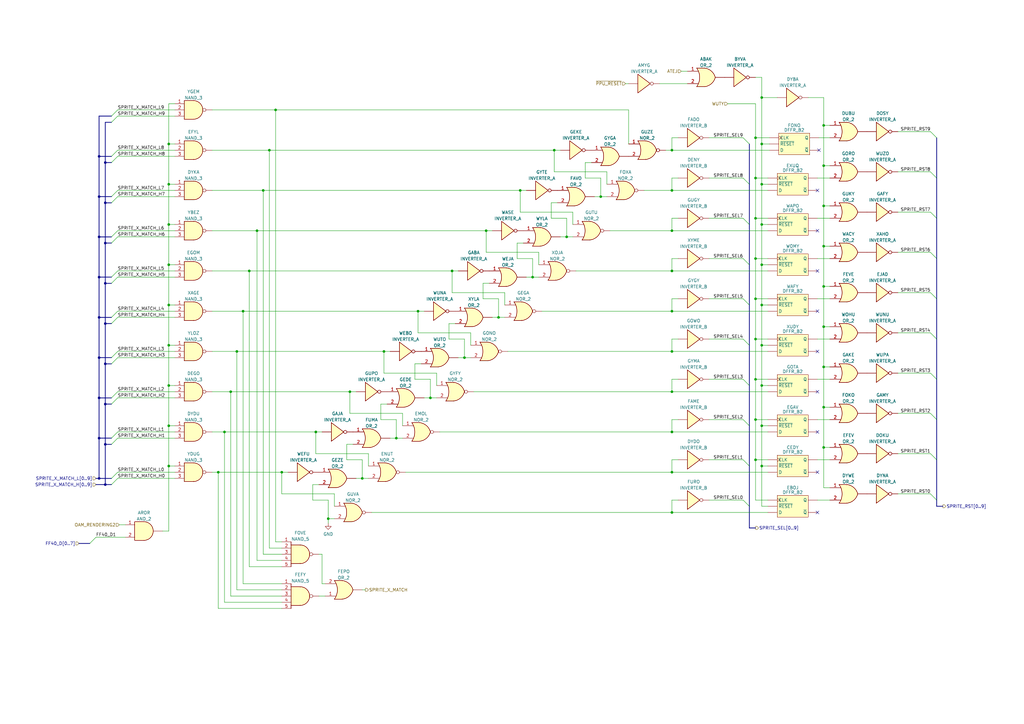
<source format=kicad_sch>
(kicad_sch (version 20211123) (generator eeschema)
  (paper "A3")
  (title_block (title "DMG-CPU B") (date "2023-02-06") (rev "0.4") (company "CC-BY-SA-4.0 Régis Galland & Michael Singer -- Derived work from Furrtek") (comment 1 "https://github.com/msinger/dmg-schematics"))
  (junction (at 337.82 100.965))
  (junction (at 275.59 127.635))
  (junction (at 43.18 66.675))
  (junction (at 40.64 130.175))
  (junction (at 337.82 183.515))
  (junction (at 309.88 155.575))
  (junction (at 171.45 127.635))
  (junction (at 69.215 141.605))
  (junction (at 309.88 122.555))
  (junction (at 40.64 146.685))
  (junction (at 309.88 172.085))
  (junction (at 162.56 179.705))
  (junction (at 312.42 92.075))
  (junction (at 227.33 61.595))
  (junction (at 43.18 198.755))
  (junction (at 89.535 193.675))
  (junction (at 309.88 188.595))
  (junction (at 232.41 97.155))
  (junction (at 97.155 144.145))
  (junction (at 337.82 84.455))
  (junction (at 218.44 113.665))
  (junction (at 143.51 160.655))
  (junction (at 107.95 78.105))
  (junction (at 275.59 61.595))
  (junction (at 69.215 191.135))
  (junction (at 40.64 113.665))
  (junction (at 309.88 89.535))
  (junction (at 40.64 80.645))
  (junction (at 43.18 116.205))
  (junction (at 69.215 108.585))
  (junction (at 337.82 117.475))
  (junction (at 43.18 83.185))
  (junction (at 275.59 78.105))
  (junction (at 309.88 106.045))
  (junction (at 40.64 163.195))
  (junction (at 176.53 163.195))
  (junction (at 134.62 212.725))
  (junction (at 309.88 56.515))
  (junction (at 148.59 196.215))
  (junction (at 312.42 125.095))
  (junction (at 275.59 210.185))
  (junction (at 309.88 139.065))
  (junction (at 94.615 160.655))
  (junction (at 337.82 167.005))
  (junction (at 69.215 174.625))
  (junction (at 199.39 94.615))
  (junction (at 337.82 51.435))
  (junction (at 246.38 80.645))
  (junction (at 337.82 133.985))
  (junction (at 275.59 144.145))
  (junction (at 312.42 174.625))
  (junction (at 275.59 111.125))
  (junction (at 102.235 111.125))
  (junction (at 69.215 59.055))
  (junction (at 92.075 177.165))
  (junction (at 129.54 177.165))
  (junction (at 312.42 108.585))
  (junction (at 40.64 64.135))
  (junction (at 204.47 130.175))
  (junction (at 275.59 193.675))
  (junction (at 275.59 177.165))
  (junction (at 312.42 158.115))
  (junction (at 43.18 165.735))
  (junction (at 99.695 127.635))
  (junction (at 337.82 67.945))
  (junction (at 190.5 146.685))
  (junction (at 157.48 144.145))
  (junction (at 309.88 73.025))
  (junction (at 312.42 141.605))
  (junction (at 312.42 75.565))
  (junction (at 213.36 78.105))
  (junction (at 69.215 158.115))
  (junction (at 337.82 150.495))
  (junction (at 312.42 40.005))
  (junction (at 40.64 179.705))
  (junction (at 43.18 149.225))
  (junction (at 105.41 94.615))
  (junction (at 43.18 182.245))
  (junction (at 40.64 97.155))
  (junction (at 115.57 193.675))
  (junction (at 69.215 92.075))
  (junction (at 113.03 45.085))
  (junction (at 69.215 125.095))
  (junction (at 185.42 111.125))
  (junction (at 40.64 196.215))
  (junction (at 275.59 94.615))
  (junction (at 312.42 59.055))
  (junction (at 43.18 132.715))
  (junction (at 312.42 191.135))
  (junction (at 43.18 99.695))
  (junction (at 69.215 75.565))
  (junction (at 110.49 61.595))
  (junction (at 275.59 160.655))
  (no_connect (at 335.915 61.595))
  (no_connect (at 335.28 177.165))
  (no_connect (at 335.28 160.655))
  (no_connect (at 335.28 127.635))
  (no_connect (at 335.28 193.675))
  (no_connect (at 335.28 144.145))
  (no_connect (at 335.28 94.615))
  (no_connect (at 335.28 210.185))
  (no_connect (at 335.28 111.125))
  (no_connect (at 335.28 78.105))
  (bus_entry (at 304.8 155.575) (size 2.54 2.54))
  (bus_entry (at 381.635 86.995) (size 2.54 2.54))
  (bus_entry (at 381.635 53.975) (size 2.54 2.54))
  (bus_entry (at 48.26 45.085) (size -2.54 2.54))
  (bus_entry (at 48.26 61.595) (size -2.54 2.54))
  (bus_entry (at 48.26 97.155) (size -2.54 2.54))
  (bus_entry (at 48.26 179.705) (size -2.54 2.54))
  (bus_entry (at 48.26 177.165) (size -2.54 2.54))
  (bus_entry (at 48.26 196.215) (size -2.54 2.54))
  (bus_entry (at 48.26 193.675) (size -2.54 2.54))
  (bus_entry (at 304.8 205.105) (size 2.54 2.54))
  (bus_entry (at 304.8 188.595) (size 2.54 2.54))
  (bus_entry (at 304.8 56.515) (size 2.54 2.54))
  (bus_entry (at 48.26 160.655) (size -2.54 2.54))
  (bus_entry (at 48.26 64.135) (size -2.54 2.54))
  (bus_entry (at 381.635 186.055) (size 2.54 2.54))
  (bus_entry (at 304.8 73.025) (size 2.54 2.54))
  (bus_entry (at 48.26 146.685) (size -2.54 2.54))
  (bus_entry (at 48.26 113.665) (size -2.54 2.54))
  (bus_entry (at 39.37 220.345) (size -2.54 2.54))
  (bus_entry (at 48.26 94.615) (size -2.54 2.54))
  (bus_entry (at 304.8 139.065) (size 2.54 2.54))
  (bus_entry (at 48.26 127.635) (size -2.54 2.54))
  (bus_entry (at 48.26 47.625) (size -2.54 2.54))
  (bus_entry (at 48.26 163.195) (size -2.54 2.54))
  (bus_entry (at 381.635 103.505) (size 2.54 2.54))
  (bus_entry (at 381.635 202.565) (size 2.54 2.54))
  (bus_entry (at 381.635 153.035) (size 2.54 2.54))
  (bus_entry (at 48.26 130.175) (size -2.54 2.54))
  (bus_entry (at 381.635 120.015) (size 2.54 2.54))
  (bus_entry (at 48.26 144.145) (size -2.54 2.54))
  (bus_entry (at 304.8 89.535) (size 2.54 2.54))
  (bus_entry (at 48.26 78.105) (size -2.54 2.54))
  (bus_entry (at 381.635 70.485) (size 2.54 2.54))
  (bus_entry (at 381.635 169.545) (size 2.54 2.54))
  (bus_entry (at 48.26 111.125) (size -2.54 2.54))
  (bus_entry (at 381.635 136.525) (size 2.54 2.54))
  (bus_entry (at 304.8 122.555) (size 2.54 2.54))
  (bus_entry (at 304.8 106.045) (size 2.54 2.54))
  (bus_entry (at 304.8 172.085) (size 2.54 2.54))
  (bus_entry (at 48.26 80.645) (size -2.54 2.54))
  (bus (pts (xy 40.64 113.665) (xy 40.64 97.155)))
  (wire (pts (xy 186.69 132.715) (xy 184.15 132.715)))
  (wire (pts (xy 290.83 172.085) (xy 304.8 172.085)))
  (wire (pts (xy 212.09 99.695) (xy 212.09 106.045)))
  (wire (pts (xy 232.41 97.155) (xy 234.95 97.155)))
  (wire (pts (xy 236.22 111.125) (xy 275.59 111.125)))
  (wire (pts (xy 86.995 193.675) (xy 89.535 193.675)))
  (wire (pts (xy 381.635 202.565) (xy 368.3 202.565)))
  (wire (pts (xy 187.96 146.685) (xy 190.5 146.685)))
  (wire (pts (xy 128.27 205.105) (xy 134.62 205.105)))
  (wire (pts (xy 312.42 40.005) (xy 318.77 40.005)))
  (wire (pts (xy 309.88 56.515) (xy 309.88 73.025)))
  (wire (pts (xy 246.38 73.025) (xy 246.38 80.645)))
  (wire (pts (xy 152.4 210.185) (xy 275.59 210.185)))
  (wire (pts (xy 157.48 144.145) (xy 157.48 153.035)))
  (wire (pts (xy 86.995 45.085) (xy 113.03 45.085)))
  (wire (pts (xy 309.88 172.085) (xy 309.88 155.575)))
  (wire (pts (xy 190.5 139.065) (xy 190.5 146.685)))
  (wire (pts (xy 240.03 73.025) (xy 246.38 73.025)))
  (wire (pts (xy 275.59 73.025) (xy 278.13 73.025)))
  (bus (pts (xy 39.37 196.215) (xy 40.64 196.215)))
  (wire (pts (xy 198.12 116.205) (xy 198.12 122.555)))
  (wire (pts (xy 118.11 193.675) (xy 115.57 193.675)))
  (wire (pts (xy 309.88 155.575) (xy 309.88 139.065)))
  (wire (pts (xy 199.39 94.615) (xy 199.39 103.505)))
  (bus (pts (xy 45.72 66.675) (xy 43.18 66.675)))
  (bus (pts (xy 384.175 56.515) (xy 384.175 73.025)))
  (wire (pts (xy 146.05 196.215) (xy 148.59 196.215)))
  (bus (pts (xy 40.64 97.155) (xy 40.64 80.645)))
  (wire (pts (xy 381.635 169.545) (xy 368.3 169.545)))
  (wire (pts (xy 48.26 193.675) (xy 71.755 193.675)))
  (wire (pts (xy 335.28 122.555) (xy 340.36 122.555)))
  (wire (pts (xy 146.05 160.655) (xy 143.51 160.655)))
  (wire (pts (xy 86.995 78.105) (xy 107.95 78.105)))
  (wire (pts (xy 173.99 127.635) (xy 171.45 127.635)))
  (wire (pts (xy 309.88 31.75) (xy 312.42 31.75)))
  (wire (pts (xy 115.57 232.41) (xy 102.235 232.41)))
  (wire (pts (xy 312.42 108.585) (xy 312.42 92.075)))
  (wire (pts (xy 314.96 158.115) (xy 312.42 158.115)))
  (wire (pts (xy 115.57 227.33) (xy 107.95 227.33)))
  (wire (pts (xy 314.96 108.585) (xy 312.42 108.585)))
  (wire (pts (xy 115.57 239.395) (xy 99.695 239.395)))
  (wire (pts (xy 69.215 217.805) (xy 66.675 217.805)))
  (wire (pts (xy 69.215 141.605) (xy 69.215 125.095)))
  (wire (pts (xy 86.995 127.635) (xy 99.695 127.635)))
  (wire (pts (xy 48.26 94.615) (xy 71.755 94.615)))
  (wire (pts (xy 48.26 97.155) (xy 71.755 97.155)))
  (bus (pts (xy 45.72 149.225) (xy 43.18 149.225)))
  (wire (pts (xy 134.62 212.725) (xy 137.16 212.725)))
  (wire (pts (xy 48.26 80.645) (xy 71.755 80.645)))
  (bus (pts (xy 45.72 99.695) (xy 43.18 99.695)))
  (wire (pts (xy 290.83 155.575) (xy 304.8 155.575)))
  (wire (pts (xy 275.59 177.165) (xy 314.96 177.165)))
  (bus (pts (xy 43.18 165.735) (xy 43.18 182.245)))
  (wire (pts (xy 89.535 193.675) (xy 115.57 193.675)))
  (wire (pts (xy 48.26 130.175) (xy 71.755 130.175)))
  (wire (pts (xy 132.08 227.33) (xy 132.08 239.395)))
  (wire (pts (xy 170.18 149.225) (xy 170.18 155.575)))
  (wire (pts (xy 86.995 144.145) (xy 97.155 144.145)))
  (wire (pts (xy 337.82 84.455) (xy 340.36 84.455)))
  (bus (pts (xy 40.64 47.625) (xy 45.72 47.625)))
  (wire (pts (xy 264.16 78.105) (xy 275.59 78.105)))
  (bus (pts (xy 384.175 172.085) (xy 384.175 188.595)))
  (wire (pts (xy 312.42 31.75) (xy 312.42 40.005)))
  (wire (pts (xy 312.42 75.565) (xy 312.42 59.055)))
  (wire (pts (xy 312.42 174.625) (xy 312.42 158.115)))
  (wire (pts (xy 275.59 144.145) (xy 314.96 144.145)))
  (wire (pts (xy 275.59 177.165) (xy 275.59 172.085)))
  (wire (pts (xy 314.96 191.135) (xy 312.42 191.135)))
  (wire (pts (xy 314.96 106.045) (xy 309.88 106.045)))
  (wire (pts (xy 240.03 66.675) (xy 240.03 73.025)))
  (wire (pts (xy 48.26 144.145) (xy 71.755 144.145)))
  (wire (pts (xy 180.34 177.165) (xy 275.59 177.165)))
  (wire (pts (xy 234.95 86.995) (xy 213.36 86.995)))
  (wire (pts (xy 314.96 92.075) (xy 312.42 92.075)))
  (wire (pts (xy 381.635 120.015) (xy 368.3 120.015)))
  (wire (pts (xy 162.56 179.705) (xy 165.1 179.705)))
  (wire (pts (xy 86.995 61.595) (xy 110.49 61.595)))
  (bus (pts (xy 307.34 108.585) (xy 307.34 92.075)))
  (wire (pts (xy 337.82 117.475) (xy 340.36 117.475)))
  (wire (pts (xy 220.98 103.505) (xy 220.98 108.585)))
  (wire (pts (xy 115.57 222.25) (xy 113.03 222.25)))
  (wire (pts (xy 48.26 45.085) (xy 71.755 45.085)))
  (wire (pts (xy 275.59 111.125) (xy 314.96 111.125)))
  (wire (pts (xy 48.26 196.215) (xy 71.755 196.215)))
  (wire (pts (xy 71.755 191.135) (xy 69.215 191.135)))
  (wire (pts (xy 337.82 40.005) (xy 337.82 51.435)))
  (wire (pts (xy 86.995 94.615) (xy 105.41 94.615)))
  (wire (pts (xy 115.57 193.675) (xy 115.57 202.565)))
  (wire (pts (xy 337.82 51.435) (xy 340.36 51.435)))
  (wire (pts (xy 275.59 160.655) (xy 314.96 160.655)))
  (wire (pts (xy 381.635 86.995) (xy 368.3 86.995)))
  (wire (pts (xy 48.895 215.265) (xy 51.435 215.265)))
  (wire (pts (xy 275.59 106.045) (xy 278.13 106.045)))
  (wire (pts (xy 162.56 172.085) (xy 162.56 179.705)))
  (bus (pts (xy 45.72 50.165) (xy 43.18 50.165)))
  (wire (pts (xy 381.635 153.035) (xy 368.3 153.035)))
  (wire (pts (xy 337.82 133.985) (xy 340.36 133.985)))
  (wire (pts (xy 381.635 186.055) (xy 368.3 186.055)))
  (bus (pts (xy 307.34 174.625) (xy 307.34 158.115)))
  (wire (pts (xy 184.15 139.065) (xy 190.5 139.065)))
  (wire (pts (xy 48.26 127.635) (xy 71.755 127.635)))
  (wire (pts (xy 86.995 160.655) (xy 94.615 160.655)))
  (wire (pts (xy 207.01 120.015) (xy 207.01 125.095)))
  (wire (pts (xy 137.16 202.565) (xy 115.57 202.565)))
  (wire (pts (xy 381.635 70.485) (xy 368.3 70.485)))
  (wire (pts (xy 337.82 183.515) (xy 340.36 183.515)))
  (bus (pts (xy 307.34 207.645) (xy 307.34 191.135)))
  (wire (pts (xy 92.075 177.165) (xy 129.54 177.165)))
  (wire (pts (xy 143.51 160.655) (xy 143.51 169.545)))
  (wire (pts (xy 275.59 122.555) (xy 278.13 122.555)))
  (bus (pts (xy 43.18 198.755) (xy 45.72 198.755)))
  (wire (pts (xy 71.755 92.075) (xy 69.215 92.075)))
  (wire (pts (xy 132.08 239.395) (xy 133.35 239.395)))
  (wire (pts (xy 337.82 100.965) (xy 340.36 100.965)))
  (wire (pts (xy 337.82 67.945) (xy 340.36 67.945)))
  (wire (pts (xy 314.96 141.605) (xy 312.42 141.605)))
  (wire (pts (xy 92.075 177.165) (xy 92.075 247.015)))
  (wire (pts (xy 134.62 205.105) (xy 134.62 212.725)))
  (bus (pts (xy 45.72 165.735) (xy 43.18 165.735)))
  (wire (pts (xy 290.83 89.535) (xy 304.8 89.535)))
  (wire (pts (xy 314.96 155.575) (xy 309.88 155.575)))
  (wire (pts (xy 290.83 139.065) (xy 304.8 139.065)))
  (bus (pts (xy 40.64 130.175) (xy 40.64 113.665)))
  (wire (pts (xy 115.57 244.475) (xy 94.615 244.475)))
  (wire (pts (xy 337.82 200.025) (xy 340.36 200.025)))
  (wire (pts (xy 115.57 224.79) (xy 110.49 224.79)))
  (bus (pts (xy 307.34 207.645) (xy 307.34 216.535)))
  (wire (pts (xy 208.28 144.145) (xy 275.59 144.145)))
  (wire (pts (xy 275.59 61.595) (xy 275.59 56.515)))
  (wire (pts (xy 257.81 59.055) (xy 257.81 45.085)))
  (bus (pts (xy 40.64 113.665) (xy 45.72 113.665)))
  (wire (pts (xy 86.995 111.125) (xy 102.235 111.125)))
  (wire (pts (xy 312.42 207.645) (xy 312.42 191.135)))
  (wire (pts (xy 218.44 113.665) (xy 220.98 113.665)))
  (wire (pts (xy 176.53 163.195) (xy 179.07 163.195)))
  (wire (pts (xy 137.16 202.565) (xy 137.16 207.645)))
  (bus (pts (xy 40.64 146.685) (xy 45.72 146.685)))
  (bus (pts (xy 43.18 66.675) (xy 43.18 50.165)))
  (wire (pts (xy 275.59 139.065) (xy 278.13 139.065)))
  (wire (pts (xy 204.47 122.555) (xy 204.47 130.175)))
  (wire (pts (xy 115.57 241.935) (xy 97.155 241.935)))
  (wire (pts (xy 228.6 83.185) (xy 226.06 83.185)))
  (wire (pts (xy 275.59 111.125) (xy 275.59 106.045)))
  (wire (pts (xy 335.28 155.575) (xy 340.36 155.575)))
  (wire (pts (xy 134.62 214.63) (xy 134.62 212.725)))
  (wire (pts (xy 99.695 127.635) (xy 99.695 239.395)))
  (bus (pts (xy 307.34 141.605) (xy 307.34 125.095)))
  (wire (pts (xy 89.535 249.555) (xy 115.57 249.555)))
  (wire (pts (xy 190.5 146.685) (xy 193.04 146.685)))
  (wire (pts (xy 69.215 59.055) (xy 69.215 75.565)))
  (bus (pts (xy 45.72 182.245) (xy 43.18 182.245)))
  (wire (pts (xy 48.26 146.685) (xy 71.755 146.685)))
  (wire (pts (xy 69.215 174.625) (xy 69.215 158.115)))
  (wire (pts (xy 212.09 106.045) (xy 218.44 106.045)))
  (wire (pts (xy 309.88 139.065) (xy 309.88 122.555)))
  (wire (pts (xy 48.26 78.105) (xy 71.755 78.105)))
  (wire (pts (xy 226.06 83.185) (xy 226.06 89.535)))
  (bus (pts (xy 384.175 139.065) (xy 384.175 155.575)))
  (bus (pts (xy 43.18 182.245) (xy 43.18 198.755)))
  (wire (pts (xy 312.42 59.055) (xy 315.595 59.055)))
  (wire (pts (xy 290.83 106.045) (xy 304.8 106.045)))
  (wire (pts (xy 160.02 144.145) (xy 157.48 144.145)))
  (wire (pts (xy 312.42 75.565) (xy 312.42 92.075)))
  (wire (pts (xy 275.59 172.085) (xy 278.13 172.085)))
  (wire (pts (xy 335.28 89.535) (xy 340.36 89.535)))
  (wire (pts (xy 71.755 59.055) (xy 69.215 59.055)))
  (wire (pts (xy 227.33 61.595) (xy 229.87 61.595)))
  (wire (pts (xy 335.28 106.045) (xy 340.36 106.045)))
  (wire (pts (xy 381.635 136.525) (xy 368.3 136.525)))
  (wire (pts (xy 94.615 160.655) (xy 143.51 160.655)))
  (wire (pts (xy 213.36 78.105) (xy 213.36 86.995)))
  (wire (pts (xy 48.26 61.595) (xy 71.755 61.595)))
  (wire (pts (xy 148.59 196.215) (xy 151.13 196.215)))
  (wire (pts (xy 48.26 160.655) (xy 71.755 160.655)))
  (bus (pts (xy 40.64 97.155) (xy 45.72 97.155)))
  (wire (pts (xy 275.59 94.615) (xy 314.96 94.615)))
  (wire (pts (xy 227.33 70.485) (xy 227.33 61.595)))
  (wire (pts (xy 89.535 193.675) (xy 89.535 249.555)))
  (bus (pts (xy 384.175 207.645) (xy 386.715 207.645)))
  (wire (pts (xy 275.59 78.105) (xy 275.59 73.025)))
  (bus (pts (xy 307.34 125.095) (xy 307.34 108.585)))
  (wire (pts (xy 234.95 86.995) (xy 234.95 92.075)))
  (wire (pts (xy 105.41 94.615) (xy 199.39 94.615)))
  (wire (pts (xy 275.59 193.675) (xy 275.59 188.595)))
  (wire (pts (xy 335.915 56.515) (xy 340.36 56.515)))
  (wire (pts (xy 215.9 113.665) (xy 218.44 113.665)))
  (wire (pts (xy 99.695 127.635) (xy 171.45 127.635)))
  (wire (pts (xy 144.78 182.245) (xy 142.24 182.245)))
  (bus (pts (xy 40.64 163.195) (xy 40.64 146.685)))
  (wire (pts (xy 156.21 172.085) (xy 162.56 172.085)))
  (wire (pts (xy 113.03 45.085) (xy 257.81 45.085)))
  (wire (pts (xy 222.25 127.635) (xy 275.59 127.635)))
  (wire (pts (xy 156.21 165.735) (xy 156.21 172.085)))
  (wire (pts (xy 173.99 163.195) (xy 176.53 163.195)))
  (wire (pts (xy 110.49 61.595) (xy 227.33 61.595)))
  (bus (pts (xy 40.64 80.645) (xy 40.64 64.135)))
  (wire (pts (xy 204.47 130.175) (xy 207.01 130.175)))
  (wire (pts (xy 229.87 97.155) (xy 232.41 97.155)))
  (wire (pts (xy 246.38 80.645) (xy 248.92 80.645)))
  (wire (pts (xy 314.96 172.085) (xy 309.88 172.085)))
  (wire (pts (xy 226.06 89.535) (xy 232.41 89.535)))
  (wire (pts (xy 275.59 144.145) (xy 275.59 139.065)))
  (wire (pts (xy 275.59 188.595) (xy 278.13 188.595)))
  (wire (pts (xy 243.84 80.645) (xy 246.38 80.645)))
  (wire (pts (xy 250.19 94.615) (xy 275.59 94.615)))
  (wire (pts (xy 309.88 89.535) (xy 314.96 89.535)))
  (wire (pts (xy 315.595 61.595) (xy 275.59 61.595)))
  (wire (pts (xy 335.28 172.085) (xy 340.36 172.085)))
  (wire (pts (xy 309.88 205.105) (xy 309.88 188.595)))
  (wire (pts (xy 69.215 42.545) (xy 71.755 42.545)))
  (wire (pts (xy 248.92 70.485) (xy 227.33 70.485)))
  (wire (pts (xy 256.54 34.29) (xy 257.81 34.29)))
  (wire (pts (xy 207.01 120.015) (xy 185.42 120.015)))
  (wire (pts (xy 314.96 174.625) (xy 312.42 174.625)))
  (wire (pts (xy 248.92 70.485) (xy 248.92 75.565)))
  (wire (pts (xy 71.755 125.095) (xy 69.215 125.095)))
  (wire (pts (xy 337.82 150.495) (xy 340.36 150.495)))
  (wire (pts (xy 337.82 183.515) (xy 337.82 200.025)))
  (wire (pts (xy 171.45 127.635) (xy 171.45 136.525)))
  (wire (pts (xy 337.82 67.945) (xy 337.82 84.455)))
  (wire (pts (xy 187.96 111.125) (xy 185.42 111.125)))
  (bus (pts (xy 384.175 89.535) (xy 384.175 106.045)))
  (wire (pts (xy 275.59 61.595) (xy 273.05 61.595)))
  (bus (pts (xy 384.175 106.045) (xy 384.175 122.555)))
  (wire (pts (xy 290.83 122.555) (xy 304.8 122.555)))
  (wire (pts (xy 69.215 42.545) (xy 69.215 59.055)))
  (wire (pts (xy 193.04 136.525) (xy 171.45 136.525)))
  (bus (pts (xy 40.64 146.685) (xy 40.64 130.175)))
  (bus (pts (xy 45.72 116.205) (xy 43.18 116.205)))
  (wire (pts (xy 176.53 155.575) (xy 176.53 163.195)))
  (bus (pts (xy 45.72 83.185) (xy 43.18 83.185)))
  (wire (pts (xy 107.95 227.33) (xy 107.95 78.105)))
  (wire (pts (xy 337.82 100.965) (xy 337.82 117.475)))
  (bus (pts (xy 39.37 198.755) (xy 43.18 198.755)))
  (wire (pts (xy 48.26 47.625) (xy 71.755 47.625)))
  (wire (pts (xy 130.81 227.33) (xy 132.08 227.33)))
  (wire (pts (xy 315.595 56.515) (xy 309.88 56.515)))
  (wire (pts (xy 275.59 78.105) (xy 314.96 78.105)))
  (bus (pts (xy 32.385 222.885) (xy 36.83 222.885)))
  (bus (pts (xy 384.175 205.105) (xy 384.175 207.645)))
  (wire (pts (xy 314.96 125.095) (xy 312.42 125.095)))
  (bus (pts (xy 43.18 66.675) (xy 43.18 83.185)))
  (wire (pts (xy 130.81 198.755) (xy 128.27 198.755)))
  (wire (pts (xy 48.26 113.665) (xy 71.755 113.665)))
  (wire (pts (xy 105.41 229.87) (xy 105.41 94.615)))
  (bus (pts (xy 40.64 130.175) (xy 45.72 130.175)))
  (wire (pts (xy 129.54 177.165) (xy 129.54 186.055)))
  (bus (pts (xy 45.72 196.215) (xy 40.64 196.215)))
  (wire (pts (xy 198.12 122.555) (xy 204.47 122.555)))
  (bus (pts (xy 40.64 163.195) (xy 45.72 163.195)))
  (wire (pts (xy 275.59 127.635) (xy 275.59 122.555)))
  (wire (pts (xy 69.215 92.075) (xy 69.215 108.585)))
  (wire (pts (xy 275.59 205.105) (xy 278.13 205.105)))
  (wire (pts (xy 86.995 177.165) (xy 92.075 177.165)))
  (wire (pts (xy 185.42 111.125) (xy 185.42 120.015)))
  (wire (pts (xy 148.59 241.935) (xy 149.86 241.935)))
  (wire (pts (xy 69.215 141.605) (xy 71.755 141.605)))
  (wire (pts (xy 242.57 66.675) (xy 240.03 66.675)))
  (wire (pts (xy 312.42 141.605) (xy 312.42 125.095)))
  (wire (pts (xy 69.215 191.135) (xy 69.215 174.625)))
  (wire (pts (xy 335.28 73.025) (xy 340.36 73.025)))
  (wire (pts (xy 172.72 149.225) (xy 170.18 149.225)))
  (bus (pts (xy 40.64 64.135) (xy 45.72 64.135)))
  (bus (pts (xy 45.72 132.715) (xy 43.18 132.715)))
  (bus (pts (xy 384.175 73.025) (xy 384.175 89.535)))
  (wire (pts (xy 314.96 75.565) (xy 312.42 75.565)))
  (wire (pts (xy 275.59 127.635) (xy 314.96 127.635)))
  (wire (pts (xy 335.28 188.595) (xy 340.36 188.595)))
  (wire (pts (xy 290.83 188.595) (xy 304.8 188.595)))
  (wire (pts (xy 97.155 241.935) (xy 97.155 144.145)))
  (wire (pts (xy 314.96 122.555) (xy 309.88 122.555)))
  (wire (pts (xy 39.37 220.345) (xy 51.435 220.345)))
  (wire (pts (xy 151.13 186.055) (xy 151.13 191.135)))
  (wire (pts (xy 184.15 132.715) (xy 184.15 139.065)))
  (wire (pts (xy 279.4 29.21) (xy 281.94 29.21)))
  (wire (pts (xy 275.59 160.655) (xy 275.59 155.575)))
  (bus (pts (xy 384.175 188.595) (xy 384.175 205.105)))
  (wire (pts (xy 170.18 155.575) (xy 176.53 155.575)))
  (wire (pts (xy 337.82 84.455) (xy 337.82 100.965)))
  (wire (pts (xy 48.26 64.135) (xy 71.755 64.135)))
  (wire (pts (xy 102.235 111.125) (xy 102.235 232.41)))
  (bus (pts (xy 43.18 83.185) (xy 43.18 99.695)))
  (wire (pts (xy 275.59 210.185) (xy 314.96 210.185)))
  (wire (pts (xy 381.635 103.505) (xy 368.3 103.505)))
  (wire (pts (xy 69.215 108.585) (xy 69.215 125.095)))
  (wire (pts (xy 298.45 42.545) (xy 309.88 42.545)))
  (bus (pts (xy 43.18 149.225) (xy 43.18 165.735)))
  (wire (pts (xy 110.49 61.595) (xy 110.49 224.79)))
  (wire (pts (xy 115.57 229.87) (xy 105.41 229.87)))
  (wire (pts (xy 220.98 103.505) (xy 199.39 103.505)))
  (wire (pts (xy 48.26 177.165) (xy 71.755 177.165)))
  (wire (pts (xy 165.1 169.545) (xy 165.1 174.625)))
  (wire (pts (xy 115.57 247.015) (xy 92.075 247.015)))
  (wire (pts (xy 215.9 78.105) (xy 213.36 78.105)))
  (wire (pts (xy 381.635 53.975) (xy 368.3 53.975)))
  (wire (pts (xy 337.82 167.005) (xy 337.82 183.515)))
  (bus (pts (xy 309.88 216.535) (xy 307.34 216.535)))
  (bus (pts (xy 307.34 191.135) (xy 307.34 174.625)))
  (bus (pts (xy 40.64 179.705) (xy 45.72 179.705)))
  (wire (pts (xy 48.26 179.705) (xy 71.755 179.705)))
  (wire (pts (xy 337.82 133.985) (xy 337.82 150.495)))
  (wire (pts (xy 69.215 158.115) (xy 71.755 158.115)))
  (wire (pts (xy 214.63 99.695) (xy 212.09 99.695)))
  (bus (pts (xy 384.175 122.555) (xy 384.175 139.065)))
  (bus (pts (xy 40.64 163.195) (xy 40.64 179.705)))
  (wire (pts (xy 337.82 167.005) (xy 340.36 167.005)))
  (wire (pts (xy 128.27 198.755) (xy 128.27 205.105)))
  (wire (pts (xy 48.26 111.125) (xy 71.755 111.125)))
  (bus (pts (xy 40.64 80.645) (xy 45.72 80.645)))
  (wire (pts (xy 71.755 75.565) (xy 69.215 75.565)))
  (wire (pts (xy 309.88 205.105) (xy 314.96 205.105)))
  (wire (pts (xy 107.95 78.105) (xy 213.36 78.105)))
  (wire (pts (xy 130.81 244.475) (xy 133.35 244.475)))
  (wire (pts (xy 290.83 205.105) (xy 304.8 205.105)))
  (wire (pts (xy 281.94 34.29) (xy 270.51 34.29)))
  (bus (pts (xy 40.64 64.135) (xy 40.64 47.625)))
  (wire (pts (xy 337.82 117.475) (xy 337.82 133.985)))
  (wire (pts (xy 179.07 153.035) (xy 157.48 153.035)))
  (wire (pts (xy 148.59 188.595) (xy 148.59 196.215)))
  (wire (pts (xy 71.755 108.585) (xy 69.215 108.585)))
  (bus (pts (xy 384.175 155.575) (xy 384.175 172.085)))
  (bus (pts (xy 40.64 196.215) (xy 40.64 179.705)))
  (wire (pts (xy 113.03 45.085) (xy 113.03 222.25)))
  (wire (pts (xy 309.88 122.555) (xy 309.88 106.045)))
  (wire (pts (xy 309.88 73.025) (xy 314.96 73.025)))
  (wire (pts (xy 71.755 174.625) (xy 69.215 174.625)))
  (wire (pts (xy 275.59 56.515) (xy 278.13 56.515)))
  (wire (pts (xy 142.24 182.245) (xy 142.24 188.595)))
  (wire (pts (xy 314.96 188.595) (xy 309.88 188.595)))
  (wire (pts (xy 158.75 165.735) (xy 156.21 165.735)))
  (wire (pts (xy 331.47 40.005) (xy 337.82 40.005)))
  (wire (pts (xy 166.37 193.675) (xy 275.59 193.675)))
  (wire (pts (xy 165.1 169.545) (xy 143.51 169.545)))
  (wire (pts (xy 194.31 160.655) (xy 275.59 160.655)))
  (wire (pts (xy 275.59 210.185) (xy 275.59 205.105)))
  (wire (pts (xy 312.42 158.115) (xy 312.42 141.605)))
  (bus (pts (xy 43.18 99.695) (xy 43.18 116.205)))
  (wire (pts (xy 312.42 191.135) (xy 312.42 174.625)))
  (wire (pts (xy 69.215 158.115) (xy 69.215 141.605)))
  (wire (pts (xy 102.235 111.125) (xy 185.42 111.125)))
  (wire (pts (xy 312.42 40.005) (xy 312.42 59.055)))
  (bus (pts (xy 43.18 132.715) (xy 43.18 149.225)))
  (wire (pts (xy 218.44 106.045) (xy 218.44 113.665)))
  (wire (pts (xy 69.215 191.135) (xy 69.215 217.805)))
  (wire (pts (xy 151.13 186.055) (xy 129.54 186.055)))
  (wire (pts (xy 337.82 51.435) (xy 337.82 67.945)))
  (wire (pts (xy 309.88 188.595) (xy 309.88 172.085)))
  (wire (pts (xy 275.59 155.575) (xy 278.13 155.575)))
  (wire (pts (xy 309.88 106.045) (xy 309.88 89.535)))
  (bus (pts (xy 307.34 92.075) (xy 307.34 75.565)))
  (wire (pts (xy 160.02 179.705) (xy 162.56 179.705)))
  (bus (pts (xy 43.18 116.205) (xy 43.18 132.715)))
  (wire (pts (xy 69.215 75.565) (xy 69.215 92.075)))
  (wire (pts (xy 201.93 94.615) (xy 199.39 94.615)))
  (wire (pts (xy 314.96 139.065) (xy 309.88 139.065)))
  (wire (pts (xy 275.59 89.535) (xy 278.13 89.535)))
  (wire (pts (xy 132.08 177.165) (xy 129.54 177.165)))
  (wire (pts (xy 142.24 188.595) (xy 148.59 188.595)))
  (bus (pts (xy 307.34 158.115) (xy 307.34 141.605)))
  (wire (pts (xy 309.88 89.535) (xy 309.88 73.025)))
  (wire (pts (xy 275.59 94.615) (xy 275.59 89.535)))
  (wire (pts (xy 275.59 193.675) (xy 314.96 193.675)))
  (wire (pts (xy 312.42 207.645) (xy 314.96 207.645)))
  (wire (pts (xy 193.04 136.525) (xy 193.04 141.605)))
  (wire (pts (xy 335.28 139.065) (xy 340.36 139.065)))
  (wire (pts (xy 201.93 130.175) (xy 204.47 130.175)))
  (wire (pts (xy 48.26 163.195) (xy 71.755 163.195)))
  (wire (pts (xy 232.41 89.535) (xy 232.41 97.155)))
  (wire (pts (xy 200.66 116.205) (xy 198.12 116.205)))
  (wire (pts (xy 290.83 73.025) (xy 304.8 73.025)))
  (wire (pts (xy 290.83 56.515) (xy 304.8 56.515)))
  (wire (pts (xy 312.42 125.095) (xy 312.42 108.585)))
  (wire (pts (xy 337.82 150.495) (xy 337.82 167.005)))
  (wire (pts (xy 335.28 205.105) (xy 340.36 205.105)))
  (wire (pts (xy 94.615 160.655) (xy 94.615 244.475)))
  (wire (pts (xy 97.155 144.145) (xy 157.48 144.145)))
  (bus (pts (xy 307.34 75.565) (xy 307.34 59.055)))
  (wire (pts (xy 309.88 56.515) (xy 309.88 42.545)))
  (wire (pts (xy 179.07 153.035) (xy 179.07 158.115)))
  (label "FF40_D1" (at 39.37 220.345 0))
  (label "SPRITE_X_MATCH_L3" (at 48.26 144.145 0))
  (label "SPRITE_X_MATCH_H4" (at 48.26 130.175 0))
  (label "SPRITE_SEL0" (at 304.8 205.105 180))
  (label "SPRITE_X_MATCH_L9" (at 48.26 45.085 0))
  (label "SPRITE_X_MATCH_H8" (at 48.26 64.135 0))
  (label "SPRITE_X_MATCH_L7" (at 48.26 78.105 0))
  (label "SPRITE_X_MATCH_L6" (at 48.26 94.615 0))
  (label "SPRITE_RST9" (at 381.635 53.975 180))
  (label "SPRITE_X_MATCH_H9" (at 48.26 47.625 0))
  (label "SPRITE_X_MATCH_H0" (at 48.26 196.215 0))
  (label "SPRITE_SEL7" (at 304.8 89.535 180))
  (label "SPRITE_X_MATCH_L0" (at 48.26 193.675 0))
  (label "SPRITE_RST3" (at 381.635 153.035 180))
  (label "SPRITE_X_MATCH_H3" (at 48.26 146.685 0))
  (label "SPRITE_RST2" (at 381.635 169.545 180))
  (label "SPRITE_X_MATCH_L1" (at 48.26 177.165 0))
  (label "SPRITE_SEL5" (at 304.8 122.555 180))
  (label "SPRITE_RST1" (at 381.635 186.055 180))
  (label "SPRITE_SEL2" (at 304.8 172.085 180))
  (label "SPRITE_X_MATCH_L2" (at 48.26 160.655 0))
  (label "SPRITE_X_MATCH_H7" (at 48.26 80.645 0))
  (label "SPRITE_RST4" (at 381.635 136.525 180))
  (label "SPRITE_X_MATCH_L8" (at 48.26 61.595 0))
  (label "SPRITE_SEL3" (at 304.8 155.575 180))
  (label "SPRITE_X_MATCH_H1" (at 48.26 179.705 0))
  (label "SPRITE_SEL9" (at 304.8 56.515 180))
  (label "SPRITE_RST5" (at 381.635 120.015 180))
  (label "SPRITE_X_MATCH_L5" (at 48.26 111.125 0))
  (label "SPRITE_RST0" (at 381.635 202.565 180))
  (label "SPRITE_RST6" (at 381.635 103.505 180))
  (label "SPRITE_SEL4" (at 304.8 139.065 180))
  (label "SPRITE_SEL8" (at 304.8 73.025 180))
  (label "SPRITE_RST7" (at 381.635 86.995 180))
  (label "SPRITE_RST8" (at 381.635 70.485 180))
  (label "SPRITE_X_MATCH_H5" (at 48.26 113.665 0))
  (label "SPRITE_SEL6" (at 304.8 106.045 180))
  (label "SPRITE_SEL1" (at 304.8 188.595 180))
  (label "SPRITE_X_MATCH_H2" (at 48.26 163.195 0))
  (label "SPRITE_X_MATCH_L4" (at 48.26 127.635 0))
  (label "SPRITE_X_MATCH_H6" (at 48.26 97.155 0))
  (hierarchical_label "SPRITE_SEL[0..9]" (shape output) (at 309.88 216.535 0))
  (hierarchical_label "SPRITE_RST[0..9]" (shape output) (at 386.715 207.645 0))
  (hierarchical_label "OAM_RENDERING2" (shape input) (at 48.895 215.265 180))
  (hierarchical_label "SPRITE_X_MATCH_H[0..9]" (shape input) (at 39.37 198.755 180))
  (hierarchical_label "SPRITE_X_MATCH" (shape output) (at 149.86 241.935 0))
  (hierarchical_label "FF40_D[0..7]" (shape input) (at 32.385 222.885 180))
  (hierarchical_label "ATEJ" (shape input) (at 279.4 29.21 180))
  (hierarchical_label "SPRITE_X_MATCH_L[0..9]" (shape input) (at 39.37 196.215 180))
  (hierarchical_label "WUTY" (shape input) (at 298.45 42.545 180))
  (hierarchical_label "~{PPU_RESET}" (shape input) (at 256.54 34.29 180))
  (symbol (lib_id "DMG_CPU_Cells:INVERTER_A") (at 194.31 111.125 0) (unit 1)
    (property "Reference" "GABA" (at 194.31 103.6152 0))
    (property "Value" "INVERTER_A" (at 194.31 106.1521 0))
    (property "Datasheet" "http://iceboy.a-singer.de/doc/dmg_cells.html#inv_a" (effects hide))
  )
  (symbol (lib_id "DMG_CPU_Cells:INVERTER_A") (at 325.12 40.005 0) (unit 1)
    (property "Reference" "DYBA" (at 325.12 32.4952 0))
    (property "Value" "INVERTER_A" (at 325.12 35.0321 0))
    (property "Datasheet" "http://iceboy.a-singer.de/doc/dmg_cells.html#inv_a" (effects hide))
  )
  (symbol (lib_id "DMG_CPU_Cells:INVERTER_A") (at 361.95 70.485 0) (unit 1)
    (property "Reference" "WUZO" (at 361.95 62.9752 0))
    (property "Value" "INVERTER_A" (at 361.95 65.5121 0))
    (property "Datasheet" "http://iceboy.a-singer.de/doc/dmg_cells.html#inv_a" (effects hide))
  )
  (symbol (lib_id "DMG_CPU_Cells:DFFR_B2") (at 325.12 75.565 0) (unit 1)
    (property "Reference" "EXUQ" (at 325.12 67.945 0))
    (property "Value" "DFFR_B2" (at 325.12 69.85 0))
    (property "Datasheet" "http://iceboy.a-singer.de/doc/dmg_cells.html#dffr_b2" (effects hide))
  )
  (symbol (lib_id "DMG_CPU_Cells:NAND_3") (at 79.375 144.145 0) (unit 1)
    (property "Reference" "YLOZ" (at 79.375 136.6352 0))
    (property "Value" "NAND_3" (at 79.375 139.1721 0))
    (property "Datasheet" "http://iceboy.a-singer.de/doc/dmg_cells.html#nand3" (effects hide))
  )
  (symbol (lib_id "DMG_CPU_Cells:DFFR_B2") (at 325.12 174.625 0) (unit 1)
    (property "Reference" "EGAV" (at 325.12 167.005 0))
    (property "Value" "DFFR_B2" (at 325.12 168.91 0))
    (property "Datasheet" "http://iceboy.a-singer.de/doc/dmg_cells.html#dffr_b2" (effects hide))
  )
  (symbol (lib_id "DMG_CPU_Cells:INVERTER_B") (at 284.48 205.105 0) (unit 1)
    (property "Reference" "FURO" (at 284.48 197.5952 0))
    (property "Value" "INVERTER_B" (at 284.48 200.1321 0))
    (property "Datasheet" "http://iceboy.a-singer.de/doc/dmg_cells.html#inv_b" (effects hide))
  )
  (symbol (lib_id "DMG_CPU_Cells:INVERTER_B") (at 284.48 89.535 0) (unit 1)
    (property "Reference" "GUGY" (at 284.48 82.0252 0))
    (property "Value" "INVERTER_B" (at 284.48 84.5621 0))
    (property "Datasheet" "http://iceboy.a-singer.de/doc/dmg_cells.html#inv_b" (effects hide))
  )
  (symbol (lib_id "DMG_CPU_Cells:OR_2") (at 347.98 86.995 0) (unit 1)
    (property "Reference" "GUKY" (at 347.9798 79.4852 0))
    (property "Value" "OR_2" (at 347.9798 82.0221 0))
    (property "Datasheet" "http://iceboy.a-singer.de/doc/dmg_cells.html#or2" (effects hide))
  )
  (symbol (lib_id "DMG_CPU_Cells:INVERTER_A") (at 138.43 177.165 0) (unit 1)
    (property "Reference" "GAJA" (at 138.43 169.6552 0))
    (property "Value" "INVERTER_A" (at 138.43 172.1921 0))
    (property "Datasheet" "http://iceboy.a-singer.de/doc/dmg_cells.html#inv_a" (effects hide))
  )
  (symbol (lib_id "DMG_CPU_Cells:NOR_2") (at 186.69 160.655 0) (unit 1)
    (property "Reference" "GYFY" (at 186.6898 153.1452 0))
    (property "Value" "NOR_2" (at 186.6898 155.6821 0))
    (property "Datasheet" "http://iceboy.a-singer.de/doc/dmg_cells.html#nor2" (effects hide))
  )
  (symbol (lib_id "DMG_CPU_Cells:OR_2") (at 347.98 186.055 0) (unit 1)
    (property "Reference" "EFEV" (at 347.9798 178.5452 0))
    (property "Value" "OR_2" (at 347.9798 181.0821 0))
    (property "Datasheet" "http://iceboy.a-singer.de/doc/dmg_cells.html#or2" (effects hide))
  )
  (symbol (lib_id "DMG_CPU_Cells:INVERTER_A") (at 124.46 193.675 0) (unit 1)
    (property "Reference" "WEFU" (at 124.46 186.1652 0))
    (property "Value" "INVERTER_A" (at 124.46 188.7021 0))
    (property "Datasheet" "http://iceboy.a-singer.de/doc/dmg_cells.html#inv_a" (effects hide))
  )
  (symbol (lib_id "DMG_CPU_Cells:INVERTER_A") (at 361.95 86.995 0) (unit 1)
    (property "Reference" "GAFY" (at 361.95 79.4852 0))
    (property "Value" "INVERTER_A" (at 361.95 82.0221 0))
    (property "Datasheet" "http://iceboy.a-singer.de/doc/dmg_cells.html#inv_a" (effects hide))
  )
  (symbol (lib_id "DMG_CPU_Cells:NAND_3") (at 79.375 127.635 0) (unit 1)
    (property "Reference" "XAGE" (at 79.375 120.1252 0))
    (property "Value" "NAND_3" (at 79.375 122.6621 0))
    (property "Datasheet" "http://iceboy.a-singer.de/doc/dmg_cells.html#nand3" (effects hide))
  )
  (symbol (lib_id "DMG_CPU_Cells:INVERTER_A") (at 180.34 127.635 0) (unit 1)
    (property "Reference" "WUNA" (at 180.34 120.1252 0))
    (property "Value" "INVERTER_A" (at 180.34 122.6621 0))
    (property "Datasheet" "http://iceboy.a-singer.de/doc/dmg_cells.html#inv_a" (effects hide))
  )
  (symbol (lib_id "DMG_CPU_Cells:INVERTER_A") (at 303.53 31.75 0) (unit 1)
    (property "Reference" "BYVA" (at 303.53 24.2402 0))
    (property "Value" "INVERTER_A" (at 303.53 26.7771 0))
    (property "Datasheet" "http://iceboy.a-singer.de/doc/dmg_cells.html#inv_a" (effects hide))
  )
  (symbol (lib_id "DMG_CPU_Cells:DFFR_B2") (at 325.12 125.095 0) (unit 1)
    (property "Reference" "WAFY" (at 325.12 117.475 0))
    (property "Value" "DFFR_B2" (at 325.12 119.38 0))
    (property "Datasheet" "http://iceboy.a-singer.de/doc/dmg_cells.html#dffr_b2" (effects hide))
  )
  (symbol (lib_id "DMG_CPU_Cells:DFFR_B2") (at 325.12 141.605 0) (unit 1)
    (property "Reference" "XUDY" (at 325.12 133.985 0))
    (property "Value" "DFFR_B2" (at 325.12 135.89 0))
    (property "Datasheet" "http://iceboy.a-singer.de/doc/dmg_cells.html#dffr_b2" (effects hide))
  )
  (symbol (lib_id "DMG_CPU_Cells:NAND_3") (at 79.375 61.595 0) (unit 1)
    (property "Reference" "EFYL" (at 79.375 54.0852 0))
    (property "Value" "NAND_3" (at 79.375 56.6221 0))
    (property "Datasheet" "http://iceboy.a-singer.de/doc/dmg_cells.html#nand3" (effects hide))
  )
  (symbol (lib_id "DMG_CPU_Cells:NAND_3") (at 79.375 160.655 0) (unit 1)
    (property "Reference" "DEGO" (at 79.375 153.1452 0))
    (property "Value" "NAND_3" (at 79.375 155.6821 0))
    (property "Datasheet" "http://iceboy.a-singer.de/doc/dmg_cells.html#nand3" (effects hide))
  )
  (symbol (lib_id "DMG_CPU_Cells:NOR_2") (at 256.54 78.105 0) (unit 1)
    (property "Reference" "FOXA" (at 256.5398 70.5952 0))
    (property "Value" "NOR_2" (at 256.5398 73.1321 0))
    (property "Datasheet" "http://iceboy.a-singer.de/doc/dmg_cells.html#nor2" (effects hide))
  )
  (symbol (lib_id "DMG_CPU_Cells:NAND_5") (at 123.19 244.475 0) (unit 1)
    (property "Reference" "FEFY" (at 123.19 235.6952 0))
    (property "Value" "NAND_5" (at 123.19 238.2321 0))
    (property "Datasheet" "http://iceboy.a-singer.de/doc/dmg_cells.html#nand5" (effects hide))
  )
  (symbol (lib_id "DMG_CPU_Cells:OR_2") (at 140.97 241.935 0) (mirror x) (unit 1)
    (property "Reference" "FEPO" (at 140.9698 234.4252 0))
    (property "Value" "OR_2" (at 140.9698 236.9621 0))
    (property "Datasheet" "http://iceboy.a-singer.de/doc/dmg_cells.html#or2" (effects hide))
  )
  (symbol (lib_id "power:GND") (at 134.62 214.63 0) (unit 1)
    (property "Reference" "#PWR0119" (effects hide))
    (property "Value" "GND" (at 134.62 219.075 0))
  )
  (symbol (lib_id "DMG_CPU_Cells:OR_2") (at 180.34 146.685 0) (unit 1)
    (property "Reference" "WUTO" (at 180.3398 139.1752 0))
    (property "Value" "OR_2" (at 180.3398 141.7121 0))
    (property "Datasheet" "http://iceboy.a-singer.de/doc/dmg_cells.html#or2" (effects hide))
  )
  (symbol (lib_id "DMG_CPU_Cells:INVERTER_A") (at 208.28 94.615 0) (unit 1)
    (property "Reference" "WASE" (at 208.28 87.1052 0))
    (property "Value" "INVERTER_A" (at 208.28 89.6421 0))
    (property "Datasheet" "http://iceboy.a-singer.de/doc/dmg_cells.html#inv_a" (effects hide))
  )
  (symbol (lib_id "DMG_CPU_Cells:OR_2") (at 347.98 53.975 0) (unit 1)
    (property "Reference" "DUBU" (at 347.9798 46.4652 0))
    (property "Value" "OR_2" (at 347.9798 49.0021 0))
    (property "Datasheet" "http://iceboy.a-singer.de/doc/dmg_cells.html#or2" (effects hide))
  )
  (symbol (lib_id "DMG_CPU_Cells:NAND_3") (at 79.375 177.165 0) (unit 1)
    (property "Reference" "DYDU" (at 79.375 169.6552 0))
    (property "Value" "NAND_3" (at 79.375 172.1921 0))
    (property "Datasheet" "http://iceboy.a-singer.de/doc/dmg_cells.html#nand3" (effects hide))
  )
  (symbol (lib_id "DMG_CPU_Cells:AND_2") (at 59.055 217.805 0) (unit 1)
    (property "Reference" "AROR" (at 59.055 210.2952 0))
    (property "Value" "AND_2" (at 59.055 212.8321 0))
    (property "Datasheet" "http://iceboy.a-singer.de/doc/dmg_cells.html#and2" (effects hide))
  )
  (symbol (lib_id "DMG_CPU_Cells:OR_2") (at 347.98 70.485 0) (unit 1)
    (property "Reference" "GORO" (at 347.9798 62.9752 0))
    (property "Value" "OR_2" (at 347.9798 65.5121 0))
    (property "Datasheet" "http://iceboy.a-singer.de/doc/dmg_cells.html#or2" (effects hide))
  )
  (symbol (lib_id "DMG_CPU_Cells:NAND_3") (at 79.375 193.675 0) (unit 1)
    (property "Reference" "YDUG" (at 79.375 186.1652 0))
    (property "Value" "NAND_3" (at 79.375 188.7021 0))
    (property "Datasheet" "http://iceboy.a-singer.de/doc/dmg_cells.html#nand3" (effects hide))
  )
  (symbol (lib_id "DMG_CPU_Cells:NOR_2") (at 265.43 61.595 0) (unit 1)
    (property "Reference" "GUZE" (at 265.4298 54.0852 0))
    (property "Value" "NOR_2" (at 265.4298 56.6221 0))
    (property "Datasheet" "http://iceboy.a-singer.de/doc/dmg_cells.html#nor2" (effects hide))
  )
  (symbol (lib_id "DMG_CPU_Cells:OR_2") (at 138.43 196.215 0) (unit 1)
    (property "Reference" "GEZE" (at 138.4298 188.7052 0))
    (property "Value" "OR_2" (at 138.4298 191.2421 0))
    (property "Datasheet" "http://iceboy.a-singer.de/doc/dmg_cells.html#or2" (effects hide))
  )
  (symbol (lib_id "DMG_CPU_Cells:NOR_2") (at 214.63 127.635 0) (unit 1)
    (property "Reference" "GEGA" (at 214.6298 120.1252 0))
    (property "Value" "NOR_2" (at 214.6298 122.6621 0))
    (property "Datasheet" "http://iceboy.a-singer.de/doc/dmg_cells.html#nor2" (effects hide))
  )
  (symbol (lib_id "DMG_CPU_Cells:INVERTER_B") (at 284.48 172.085 0) (unit 1)
    (property "Reference" "FAME" (at 284.48 164.5752 0))
    (property "Value" "INVERTER_B" (at 284.48 167.1121 0))
    (property "Datasheet" "http://iceboy.a-singer.de/doc/dmg_cells.html#inv_b" (effects hide))
  )
  (symbol (lib_id "DMG_CPU_Cells:INVERTER_A") (at 361.95 120.015 0) (unit 1)
    (property "Reference" "EJAD" (at 361.95 112.5052 0))
    (property "Value" "INVERTER_A" (at 361.95 115.0421 0))
    (property "Datasheet" "http://iceboy.a-singer.de/doc/dmg_cells.html#inv_a" (effects hide))
  )
  (symbol (lib_id "DMG_CPU_Cells:OR_2") (at 289.56 31.75 0) (unit 1)
    (property "Reference" "ABAK" (at 289.5598 24.2402 0))
    (property "Value" "OR_2" (at 289.5598 26.7771 0))
    (property "Datasheet" "http://iceboy.a-singer.de/doc/dmg_cells.html#or2" (effects hide))
  )
  (symbol (lib_id "DMG_CPU_Cells:INVERTER_B") (at 284.48 188.595 0) (unit 1)
    (property "Reference" "DYDO" (at 284.48 181.0852 0))
    (property "Value" "INVERTER_B" (at 284.48 183.6221 0))
    (property "Datasheet" "http://iceboy.a-singer.de/doc/dmg_cells.html#inv_b" (effects hide))
  )
  (symbol (lib_id "DMG_CPU_Cells:DFFR_B2") (at 325.755 59.055 0) (unit 1)
    (property "Reference" "FONO" (at 325.755 51.435 0))
    (property "Value" "DFFR_B2" (at 325.755 53.34 0))
    (property "Datasheet" "http://iceboy.a-singer.de/doc/dmg_cells.html#dffr_b2" (effects hide))
  )
  (symbol (lib_id "DMG_CPU_Cells:OR_2") (at 208.28 113.665 0) (unit 1)
    (property "Reference" "WEJA" (at 208.2798 106.1552 0))
    (property "Value" "OR_2" (at 208.2798 108.6921 0))
    (property "Datasheet" "http://iceboy.a-singer.de/doc/dmg_cells.html#or2" (effects hide))
  )
  (symbol (lib_id "DMG_CPU_Cells:INVERTER_A") (at 222.25 78.105 0) (unit 1)
    (property "Reference" "GYTE" (at 222.25 70.5952 0))
    (property "Value" "INVERTER_A" (at 222.25 73.1321 0))
    (property "Datasheet" "http://iceboy.a-singer.de/doc/dmg_cells.html#inv_a" (effects hide))
  )
  (symbol (lib_id "DMG_CPU_Cells:OR_2") (at 347.98 153.035 0) (unit 1)
    (property "Reference" "GAKE" (at 347.9798 145.5252 0))
    (property "Value" "OR_2" (at 347.9798 148.0621 0))
    (property "Datasheet" "http://iceboy.a-singer.de/doc/dmg_cells.html#or2" (effects hide))
  )
  (symbol (lib_id "DMG_CPU_Cells:OR_2") (at 347.98 202.565 0) (unit 1)
    (property "Reference" "DYWE" (at 347.9798 195.0552 0))
    (property "Value" "OR_2" (at 347.9798 197.5921 0))
    (property "Datasheet" "http://iceboy.a-singer.de/doc/dmg_cells.html#or2" (effects hide))
  )
  (symbol (lib_id "DMG_CPU_Cells:OR_2") (at 222.25 97.155 0) (unit 1)
    (property "Reference" "WYLA" (at 222.2498 89.6452 0))
    (property "Value" "OR_2" (at 222.2498 92.1821 0))
    (property "Datasheet" "http://iceboy.a-singer.de/doc/dmg_cells.html#or2" (effects hide))
  )
  (symbol (lib_id "DMG_CPU_Cells:INVERTER_A") (at 361.95 53.975 0) (unit 1)
    (property "Reference" "DOSY" (at 361.95 46.4652 0))
    (property "Value" "INVERTER_A" (at 361.95 49.0021 0))
    (property "Datasheet" "http://iceboy.a-singer.de/doc/dmg_cells.html#inv_a" (effects hide))
  )
  (symbol (lib_id "DMG_CPU_Cells:NOR_2") (at 172.72 177.165 0) (unit 1)
    (property "Reference" "EMOL" (at 172.7198 169.6552 0))
    (property "Value" "NOR_2" (at 172.7198 172.1921 0))
    (property "Datasheet" "http://iceboy.a-singer.de/doc/dmg_cells.html#nor2" (effects hide))
  )
  (symbol (lib_id "DMG_CPU_Cells:OR_2") (at 250.19 64.135 0) (unit 1)
    (property "Reference" "GYGA" (at 250.1898 56.6252 0))
    (property "Value" "OR_2" (at 250.1898 59.1621 0))
    (property "Datasheet" "http://iceboy.a-singer.de/doc/dmg_cells.html#or2" (effects hide))
  )
  (symbol (lib_id "DMG_CPU_Cells:NAND_3") (at 79.375 111.125 0) (unit 1)
    (property "Reference" "EGOM" (at 79.375 103.6152 0))
    (property "Value" "NAND_3" (at 79.375 106.1521 0))
    (property "Datasheet" "http://iceboy.a-singer.de/doc/dmg_cells.html#nand3" (effects hide))
  )
  (symbol (lib_id "DMG_CPU_Cells:NOR_2") (at 200.66 144.145 0) (unit 1)
    (property "Reference" "GONO" (at 200.6598 136.6352 0))
    (property "Value" "NOR_2" (at 200.6598 139.1721 0))
    (property "Datasheet" "http://iceboy.a-singer.de/doc/dmg_cells.html#nor2" (effects hide))
  )
  (symbol (lib_id "DMG_CPU_Cells:DFFR_B2") (at 325.12 191.135 0) (unit 1)
    (property "Reference" "CEDY" (at 325.12 183.515 0))
    (property "Value" "DFFR_B2" (at 325.12 185.42 0))
    (property "Datasheet" "http://iceboy.a-singer.de/doc/dmg_cells.html#dffr_b2" (effects hide))
  )
  (symbol (lib_id "DMG_CPU_Cells:INVERTER_B") (at 284.48 56.515 0) (unit 1)
    (property "Reference" "FADO" (at 284.48 49.0052 0))
    (property "Value" "INVERTER_B" (at 284.48 51.5421 0))
    (property "Datasheet" "http://iceboy.a-singer.de/doc/dmg_cells.html#inv_b" (effects hide))
  )
  (symbol (lib_id "DMG_CPU_Cells:NOR_2") (at 228.6 111.125 0) (unit 1)
    (property "Reference" "XOJA" (at 228.5998 103.6152 0))
    (property "Value" "NOR_2" (at 228.5998 106.1521 0))
    (property "Datasheet" "http://iceboy.a-singer.de/doc/dmg_cells.html#nor2" (effects hide))
  )
  (symbol (lib_id "DMG_CPU_Cells:INVERTER_B") (at 284.48 106.045 0) (unit 1)
    (property "Reference" "XYME" (at 284.48 98.5352 0))
    (property "Value" "INVERTER_B" (at 284.48 101.0721 0))
    (property "Datasheet" "http://iceboy.a-singer.de/doc/dmg_cells.html#inv_b" (effects hide))
  )
  (symbol (lib_id "DMG_CPU_Cells:OR_2") (at 236.22 80.645 0) (unit 1)
    (property "Reference" "FAVO" (at 236.2198 73.1352 0))
    (property "Value" "OR_2" (at 236.2198 75.6721 0))
    (property "Datasheet" "http://iceboy.a-singer.de/doc/dmg_cells.html#or2" (effects hide))
  )
  (symbol (lib_id "DMG_CPU_Cells:OR_2") (at 347.98 120.015 0) (unit 1)
    (property "Reference" "FEVE" (at 347.9798 112.5052 0))
    (property "Value" "OR_2" (at 347.9798 115.0421 0))
    (property "Datasheet" "http://iceboy.a-singer.de/doc/dmg_cells.html#or2" (effects hide))
  )
  (symbol (lib_id "DMG_CPU_Cells:INVERTER_A") (at 361.95 186.055 0) (unit 1)
    (property "Reference" "DOKU" (at 361.95 178.5452 0))
    (property "Value" "INVERTER_A" (at 361.95 181.0821 0))
    (property "Datasheet" "http://iceboy.a-singer.de/doc/dmg_cells.html#inv_a" (effects hide))
  )
  (symbol (lib_id "DMG_CPU_Cells:INVERTER_A") (at 361.95 103.505 0) (unit 1)
    (property "Reference" "XAHO" (at 361.95 95.9952 0))
    (property "Value" "INVERTER_A" (at 361.95 98.5321 0))
    (property "Datasheet" "http://iceboy.a-singer.de/doc/dmg_cells.html#inv_a" (effects hide))
  )
  (symbol (lib_id "DMG_CPU_Cells:INVERTER_A") (at 264.16 34.29 0) (unit 1)
    (property "Reference" "AMYG" (at 264.16 26.7802 0))
    (property "Value" "INVERTER_A" (at 264.16 29.3171 0))
    (property "Datasheet" "http://iceboy.a-singer.de/doc/dmg_cells.html#inv_a" (effects hide))
  )
  (symbol (lib_id "DMG_CPU_Cells:DFFR_B2") (at 325.12 108.585 0) (unit 1)
    (property "Reference" "WOMY" (at 325.12 100.965 0))
    (property "Value" "DFFR_B2" (at 325.12 102.87 0))
    (property "Datasheet" "http://iceboy.a-singer.de/doc/dmg_cells.html#dffr_b2" (effects hide))
  )
  (symbol (lib_id "DMG_CPU_Cells:OR_2") (at 194.31 130.175 0) (unit 1)
    (property "Reference" "XYLA" (at 194.3098 122.6652 0))
    (property "Value" "OR_2" (at 194.3098 125.2021 0))
    (property "Datasheet" "http://iceboy.a-singer.de/doc/dmg_cells.html#or2" (effects hide))
  )
  (symbol (lib_id "DMG_CPU_Cells:NAND_5") (at 123.19 227.33 0) (unit 1)
    (property "Reference" "FOVE" (at 123.19 218.5502 0))
    (property "Value" "NAND_5" (at 123.19 221.0871 0))
    (property "Datasheet" "http://iceboy.a-singer.de/doc/dmg_cells.html#nand5" (effects hide))
  )
  (symbol (lib_id "DMG_CPU_Cells:INVERTER_B") (at 284.48 73.025 0) (unit 1)
    (property "Reference" "DENY" (at 284.48 65.5152 0))
    (property "Value" "INVERTER_B" (at 284.48 68.0521 0))
    (property "Datasheet" "http://iceboy.a-singer.de/doc/dmg_cells.html#inv_b" (effects hide))
  )
  (symbol (lib_id "DMG_CPU_Cells:NAND_3") (at 79.375 94.615 0) (unit 1)
    (property "Reference" "YBEZ" (at 79.375 87.1052 0))
    (property "Value" "NAND_3" (at 79.375 89.6421 0))
    (property "Datasheet" "http://iceboy.a-singer.de/doc/dmg_cells.html#nand3" (effects hide))
  )
  (symbol (lib_id "DMG_CPU_Cells:INVERTER_B") (at 284.48 155.575 0) (unit 1)
    (property "Reference" "GYMA" (at 284.48 148.0652 0))
    (property "Value" "INVERTER_B" (at 284.48 150.6021 0))
    (property "Datasheet" "http://iceboy.a-singer.de/doc/dmg_cells.html#inv_b" (effects hide))
  )
  (symbol (lib_id "DMG_CPU_Cells:NAND_3") (at 79.375 78.105 0) (unit 1)
    (property "Reference" "DYKA" (at 79.375 70.5952 0))
    (property "Value" "NAND_3" (at 79.375 73.1321 0))
    (property "Datasheet" "http://iceboy.a-singer.de/doc/dmg_cells.html#nand3" (effects hide))
  )
  (symbol (lib_id "DMG_CPU_Cells:OR_2") (at 347.98 169.545 0) (unit 1)
    (property "Reference" "FOKO" (at 347.9798 162.0352 0))
    (property "Value" "OR_2" (at 347.9798 164.5721 0))
    (property "Datasheet" "http://iceboy.a-singer.de/doc/dmg_cells.html#or2" (effects hide))
  )
  (symbol (lib_id "DMG_CPU_Cells:INVERTER_A") (at 361.95 153.035 0) (unit 1)
    (property "Reference" "WUPA" (at 361.95 145.5252 0))
    (property "Value" "INVERTER_A" (at 361.95 148.0621 0))
    (property "Datasheet" "http://iceboy.a-singer.de/doc/dmg_cells.html#inv_a" (effects hide))
  )
  (symbol (lib_id "DMG_CPU_Cells:NOR_2") (at 144.78 210.185 0) (unit 1)
    (property "Reference" "GUVA" (at 144.7798 202.6752 0))
    (property "Value" "NOR_2" (at 144.7798 205.2121 0))
    (property "Datasheet" "http://iceboy.a-singer.de/doc/dmg_cells.html#nor2" (effects hide))
  )
  (symbol (lib_id "DMG_CPU_Cells:INVERTER_A") (at 361.95 202.565 0) (unit 1)
    (property "Reference" "DYNA" (at 361.95 195.0552 0))
    (property "Value" "INVERTER_A" (at 361.95 197.5921 0))
    (property "Datasheet" "http://iceboy.a-singer.de/doc/dmg_cells.html#inv_a" (effects hide))
  )
  (symbol (lib_id "DMG_CPU_Cells:OR_2") (at 166.37 163.195 0) (unit 1)
    (property "Reference" "GEDE" (at 166.3698 155.6852 0))
    (property "Value" "OR_2" (at 166.3698 158.2221 0))
    (property "Datasheet" "http://iceboy.a-singer.de/doc/dmg_cells.html#or2" (effects hide))
  )
  (symbol (lib_id "DMG_CPU_Cells:DFFR_B2") (at 325.12 92.075 0) (unit 1)
    (property "Reference" "WAPO" (at 325.12 84.455 0))
    (property "Value" "DFFR_B2" (at 325.12 86.36 0))
    (property "Datasheet" "http://iceboy.a-singer.de/doc/dmg_cells.html#dffr_b2" (effects hide))
  )
  (symbol (lib_id "DMG_CPU_Cells:INVERTER_A") (at 361.95 136.525 0) (unit 1)
    (property "Reference" "WUNU" (at 361.95 129.0152 0))
    (property "Value" "INVERTER_A" (at 361.95 131.5521 0))
    (property "Datasheet" "http://iceboy.a-singer.de/doc/dmg_cells.html#inv_a" (effects hide))
  )
  (symbol (lib_id "DMG_CPU_Cells:NOR_2") (at 158.75 193.675 0) (unit 1)
    (property "Reference" "ENUT" (at 158.7498 186.1652 0))
    (property "Value" "NOR_2" (at 158.7498 188.7021 0))
    (property "Datasheet" "http://iceboy.a-singer.de/doc/dmg_cells.html#nor2" (effects hide))
  )
  (symbol (lib_id "DMG_CPU_Cells:INVERTER_B") (at 284.48 122.555 0) (unit 1)
    (property "Reference" "GYGY" (at 284.48 115.0452 0))
    (property "Value" "INVERTER_B" (at 284.48 117.5821 0))
    (property "Datasheet" "http://iceboy.a-singer.de/doc/dmg_cells.html#inv_b" (effects hide))
  )
  (symbol (lib_id "DMG_CPU_Cells:OR_2") (at 152.4 179.705 0) (unit 1)
    (property "Reference" "FUMA" (at 152.3998 172.1952 0))
    (property "Value" "OR_2" (at 152.3998 174.7321 0))
    (property "Datasheet" "http://iceboy.a-singer.de/doc/dmg_cells.html#or2" (effects hide))
  )
  (symbol (lib_id "DMG_CPU_Cells:DFFR_B2") (at 325.12 158.115 0) (unit 1)
    (property "Reference" "GOTA" (at 325.12 150.495 0))
    (property "Value" "DFFR_B2" (at 325.12 152.4 0))
    (property "Datasheet" "http://iceboy.a-singer.de/doc/dmg_cells.html#dffr_b2" (effects hide))
  )
  (symbol (lib_id "DMG_CPU_Cells:INVERTER_A") (at 361.95 169.545 0) (unit 1)
    (property "Reference" "GAMY" (at 361.95 162.0352 0))
    (property "Value" "INVERTER_A" (at 361.95 164.5721 0))
    (property "Datasheet" "http://iceboy.a-singer.de/doc/dmg_cells.html#inv_a" (effects hide))
  )
  (symbol (lib_id "DMG_CPU_Cells:NOR_2") (at 242.57 94.615 0) (unit 1)
    (property "Reference" "GUTU" (at 242.5698 87.1052 0))
    (property "Value" "NOR_2" (at 242.5698 89.6421 0))
    (property "Datasheet" "http://iceboy.a-singer.de/doc/dmg_cells.html#nor2" (effects hide))
  )
  (symbol (lib_id "DMG_CPU_Cells:INVERTER_A") (at 236.22 61.595 0) (unit 1)
    (property "Reference" "GEKE" (at 236.22 54.0852 0))
    (property "Value" "INVERTER_A" (at 236.22 56.6221 0))
    (property "Datasheet" "http://iceboy.a-singer.de/doc/dmg_cells.html#inv_a" (effects hide))
  )
  (symbol (lib_id "DMG_CPU_Cells:DFFR_B2") (at 325.12 207.645 0) (unit 1)
    (property "Reference" "EBOJ" (at 325.12 200.025 0))
    (property "Value" "DFFR_B2" (at 325.12 201.93 0))
    (property "Datasheet" "http://iceboy.a-singer.de/doc/dmg_cells.html#dffr_b2" (effects hide))
  )
  (symbol (lib_id "DMG_CPU_Cells:INVERTER_A") (at 152.4 160.655 0) (unit 1)
    (property "Reference" "GUPO" (at 152.4 153.1452 0))
    (property "Value" "INVERTER_A" (at 152.4 155.6821 0))
    (property "Datasheet" "http://iceboy.a-singer.de/doc/dmg_cells.html#inv_a" (effects hide))
  )
  (symbol (lib_id "DMG_CPU_Cells:INVERTER_A") (at 166.37 144.145 0) (unit 1)
    (property "Reference" "WEBO" (at 166.37 136.6352 0))
    (property "Value" "INVERTER_A" (at 166.37 139.1721 0))
    (property "Datasheet" "http://iceboy.a-singer.de/doc/dmg_cells.html#inv_a" (effects hide))
  )
  (symbol (lib_id "DMG_CPU_Cells:OR_2") (at 347.98 136.525 0) (unit 1)
    (property "Reference" "WOHU" (at 347.9798 129.0152 0))
    (property "Value" "OR_2" (at 347.9798 131.5521 0))
    (property "Datasheet" "http://iceboy.a-singer.de/doc/dmg_cells.html#or2" (effects hide))
  )
  (symbol (lib_id "DMG_CPU_Cells:OR_2") (at 347.98 103.505 0) (unit 1)
    (property "Reference" "WACY" (at 347.9798 95.9952 0))
    (property "Value" "OR_2" (at 347.9798 98.5321 0))
    (property "Datasheet" "http://iceboy.a-singer.de/doc/dmg_cells.html#or2" (effects hide))
  )
  (symbol (lib_id "DMG_CPU_Cells:INVERTER_B") (at 284.48 139.065 0) (unit 1)
    (property "Reference" "GOWO" (at 284.48 131.5552 0))
    (property "Value" "INVERTER_B" (at 284.48 134.0921 0))
    (property "Datasheet" "http://iceboy.a-singer.de/doc/dmg_cells.html#inv_b" (effects hide))
  )
  (symbol (lib_id "DMG_CPU_Cells:NAND_3") (at 79.375 45.085 0) (unit 1)
    (property "Reference" "YGEM" (at 79.375 37.5752 0))
    (property "Value" "NAND_3" (at 79.375 40.1121 0))
    (property "Datasheet" "http://iceboy.a-singer.de/doc/dmg_cells.html#nand3" (effects hide))
  )
)
</source>
